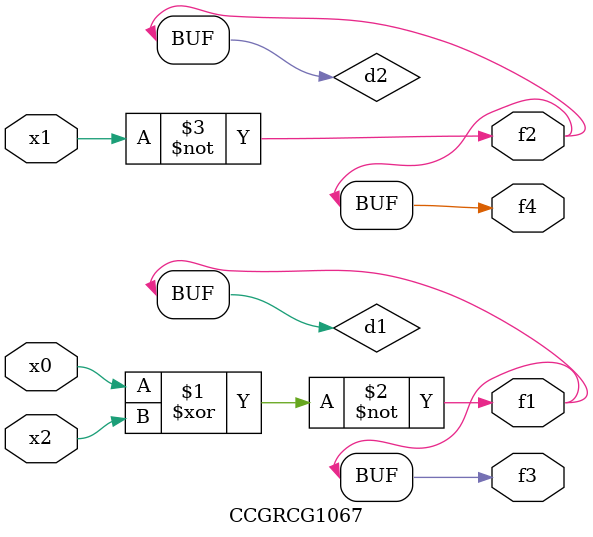
<source format=v>
module CCGRCG1067(
	input x0, x1, x2,
	output f1, f2, f3, f4
);

	wire d1, d2, d3;

	xnor (d1, x0, x2);
	nand (d2, x1);
	nor (d3, x1, x2);
	assign f1 = d1;
	assign f2 = d2;
	assign f3 = d1;
	assign f4 = d2;
endmodule

</source>
